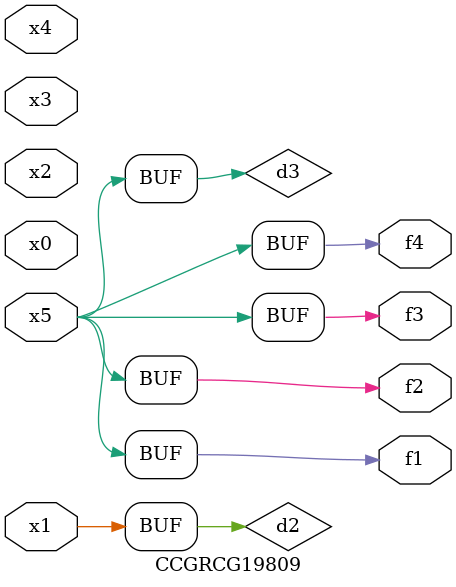
<source format=v>
module CCGRCG19809(
	input x0, x1, x2, x3, x4, x5,
	output f1, f2, f3, f4
);

	wire d1, d2, d3;

	not (d1, x5);
	or (d2, x1);
	xnor (d3, d1);
	assign f1 = d3;
	assign f2 = d3;
	assign f3 = d3;
	assign f4 = d3;
endmodule

</source>
